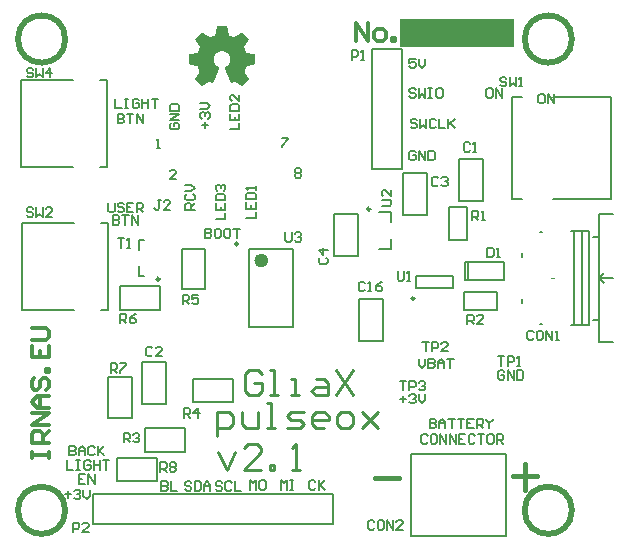
<source format=gto>
G04 Layer_Color=65535*
%FSAX25Y25*%
%MOIN*%
G70*
G01*
G75*
%ADD25C,0.01575*%
%ADD26C,0.01181*%
%ADD39C,0.01968*%
%ADD40C,0.00984*%
%ADD41C,0.02362*%
%ADD42C,0.00787*%
%ADD43C,0.00100*%
%ADD44C,0.00315*%
%ADD45C,0.00591*%
%ADD46R,0.38189X0.09449*%
D25*
X0451512Y0261390D02*
X0459512D01*
X0455512Y0256890D02*
Y0265390D01*
X0405386Y0260827D02*
X0413386D01*
D26*
X0399213Y0406496D02*
Y0412400D01*
X0403148Y0406496D01*
Y0412400D01*
X0406100Y0406496D02*
X0408068D01*
X0409052Y0407480D01*
Y0409448D01*
X0408068Y0410432D01*
X0406100D01*
X0405116Y0409448D01*
Y0407480D01*
X0406100Y0406496D01*
X0411020D02*
Y0407480D01*
X0412004D01*
Y0406496D01*
X0411020D01*
X0290947Y0267520D02*
Y0269488D01*
Y0268504D01*
X0296850D01*
Y0267520D01*
Y0269488D01*
Y0272439D02*
X0290947D01*
Y0275391D01*
X0291931Y0276375D01*
X0293899D01*
X0294882Y0275391D01*
Y0272439D01*
Y0274407D02*
X0296850Y0276375D01*
Y0278343D02*
X0290947D01*
X0296850Y0282279D01*
X0290947D01*
X0296850Y0284246D02*
X0292915D01*
X0290947Y0286214D01*
X0292915Y0288182D01*
X0296850D01*
X0293899D01*
Y0284246D01*
X0291931Y0294086D02*
X0290947Y0293102D01*
Y0291134D01*
X0291931Y0290150D01*
X0292915D01*
X0293899Y0291134D01*
Y0293102D01*
X0294882Y0294086D01*
X0295866D01*
X0296850Y0293102D01*
Y0291134D01*
X0295866Y0290150D01*
X0296850Y0296054D02*
X0295866D01*
Y0297038D01*
X0296850D01*
Y0296054D01*
X0290947Y0304909D02*
Y0300973D01*
X0296850D01*
Y0304909D01*
X0293899Y0300973D02*
Y0302941D01*
X0290947Y0306877D02*
X0295866D01*
X0296850Y0307861D01*
Y0309829D01*
X0295866Y0310813D01*
X0290947D01*
D39*
X0471063Y0250000D02*
G03*
X0471063Y0250000I-0007874J0000000D01*
G01*
Y0407087D02*
G03*
X0471063Y0407087I-0007874J0000000D01*
G01*
X0302165Y0250000D02*
G03*
X0302165Y0250000I-0007874J0000000D01*
G01*
Y0407087D02*
G03*
X0302165Y0407087I-0007874J0000000D01*
G01*
D40*
X0359744Y0338779D02*
G03*
X0359744Y0338779I-0000492J0000000D01*
G01*
X0333661Y0327067D02*
G03*
X0333661Y0327067I-0000492J0000000D01*
G01*
X0403854Y0350394D02*
G03*
X0403854Y0350394I-0000492J0000000D01*
G01*
X0418602Y0320571D02*
G03*
X0418602Y0320571I-0000492J0000000D01*
G01*
X0352756Y0274607D02*
Y0282872D01*
X0356888D01*
X0358266Y0281495D01*
Y0278740D01*
X0356888Y0277362D01*
X0352756D01*
X0361021Y0282872D02*
Y0278740D01*
X0362399Y0277362D01*
X0366531D01*
Y0282872D01*
X0369286Y0277362D02*
X0372041D01*
X0370663D01*
Y0285627D01*
X0369286D01*
X0376173Y0277362D02*
X0380306D01*
X0381684Y0278740D01*
X0380306Y0280117D01*
X0377551D01*
X0376173Y0281495D01*
X0377551Y0282872D01*
X0381684D01*
X0388571Y0277362D02*
X0385816D01*
X0384439Y0278740D01*
Y0281495D01*
X0385816Y0282872D01*
X0388571D01*
X0389949Y0281495D01*
Y0280117D01*
X0384439D01*
X0394081Y0277362D02*
X0396836D01*
X0398214Y0278740D01*
Y0281495D01*
X0396836Y0282872D01*
X0394081D01*
X0392704Y0281495D01*
Y0278740D01*
X0394081Y0277362D01*
X0400969Y0282872D02*
X0406479Y0277362D01*
X0403724Y0280117D01*
X0406479Y0282872D01*
X0400969Y0277362D01*
X0353150Y0269355D02*
X0356036Y0263583D01*
X0358922Y0269355D01*
X0367581Y0263583D02*
X0361808D01*
X0367581Y0269355D01*
Y0270798D01*
X0366138Y0272241D01*
X0363251D01*
X0361808Y0270798D01*
X0370467Y0263583D02*
Y0265026D01*
X0371910D01*
Y0263583D01*
X0370467D01*
X0377682D02*
X0380569D01*
X0379125D01*
Y0272241D01*
X0377682Y0270798D01*
X0367715Y0295273D02*
X0366337Y0296651D01*
X0363582D01*
X0362205Y0295273D01*
Y0289763D01*
X0363582Y0288386D01*
X0366337D01*
X0367715Y0289763D01*
Y0292518D01*
X0364960D01*
X0370470Y0288386D02*
X0373225D01*
X0371847D01*
Y0296651D01*
X0370470D01*
X0377357Y0288386D02*
X0380112D01*
X0378735D01*
Y0293896D01*
X0377357D01*
X0385622D02*
X0388377D01*
X0389755Y0292518D01*
Y0288386D01*
X0385622D01*
X0384245Y0289763D01*
X0385622Y0291141D01*
X0389755D01*
X0392510Y0296651D02*
X0398020Y0288386D01*
Y0296651D02*
X0392510Y0288386D01*
D41*
X0368701Y0333268D02*
G03*
X0368701Y0333268I-0001181J0000000D01*
G01*
D42*
X0404449Y0403780D02*
X0414449D01*
Y0363779D02*
Y0403780D01*
X0404449Y0363779D02*
Y0403780D01*
Y0363779D02*
X0414449D01*
X0332677Y0259646D02*
Y0267520D01*
X0319291Y0259646D02*
X0332677D01*
X0319291D02*
Y0267520D01*
X0332677D01*
X0311299Y0245590D02*
Y0255591D01*
X0391299D01*
Y0245590D02*
Y0255591D01*
X0311299Y0245590D02*
X0391299D01*
X0316535Y0280906D02*
X0324410D01*
X0316535D02*
Y0294291D01*
X0324410D01*
Y0280906D02*
Y0294291D01*
X0287402Y0364370D02*
X0304724D01*
X0287402D02*
Y0393504D01*
X0304724D01*
X0313779Y0364370D02*
X0316142D01*
Y0393504D01*
X0313779D02*
X0316142D01*
X0314173Y0345866D02*
X0316535D01*
Y0316732D02*
Y0345866D01*
X0314173Y0316732D02*
X0316535D01*
X0287795Y0345866D02*
X0305118D01*
X0287795Y0316732D02*
Y0345866D01*
Y0316732D02*
X0305118D01*
X0417520Y0241535D02*
Y0268701D01*
Y0241535D02*
X0449016D01*
X0417520Y0268701D02*
X0449016D01*
Y0241535D02*
Y0268701D01*
X0480118Y0327362D02*
X0481693Y0325787D01*
X0480118Y0327362D02*
X0481693Y0328937D01*
X0480118Y0327362D02*
X0484842D01*
X0478150Y0313583D02*
X0480118D01*
X0478150Y0341142D02*
X0480118D01*
X0454331Y0319094D02*
Y0320276D01*
X0460433Y0342717D02*
X0461221D01*
X0474409Y0311614D02*
Y0343110D01*
X0471654Y0311614D02*
Y0343110D01*
X0470669D02*
X0476772D01*
X0470669Y0311614D02*
X0476772D01*
Y0343110D01*
X0460433Y0312008D02*
X0461221D01*
X0454331Y0334449D02*
Y0335630D01*
X0480118Y0306102D02*
X0484842D01*
X0480118D02*
Y0348622D01*
X0484842D01*
X0363583Y0311221D02*
Y0337205D01*
X0378150Y0311221D02*
Y0337205D01*
X0363583D02*
X0378150D01*
X0363583Y0311221D02*
X0378150D01*
X0342126Y0269488D02*
Y0277362D01*
X0328740Y0269488D02*
X0342126D01*
X0328740D02*
Y0277362D01*
X0342126D01*
X0358268Y0286024D02*
Y0293898D01*
X0344882Y0286024D02*
X0358268D01*
X0344882D02*
Y0293898D01*
X0358268D01*
X0333858Y0316732D02*
Y0324606D01*
X0320472Y0316732D02*
X0333858D01*
X0320472D02*
Y0324606D01*
X0333858D01*
X0326772Y0336713D02*
Y0339961D01*
X0328346D01*
X0326772Y0328150D02*
Y0331398D01*
Y0328150D02*
X0328346D01*
X0340945Y0323819D02*
X0348819D01*
X0340945D02*
Y0337205D01*
X0348819D01*
Y0323819D02*
Y0337205D01*
X0410843Y0337106D02*
Y0340354D01*
X0406906Y0337106D02*
X0410843D01*
Y0346063D02*
Y0349311D01*
X0406906D02*
X0410843D01*
X0391669Y0334929D02*
Y0348929D01*
Y0334929D02*
X0399669D01*
Y0348929D01*
X0391669D02*
X0399669D01*
X0407937Y0306583D02*
Y0320583D01*
X0399937D02*
X0407937D01*
X0399937Y0306583D02*
Y0320583D01*
Y0306583D02*
X0407937D01*
X0414898Y0348315D02*
Y0362315D01*
Y0348315D02*
X0422898D01*
Y0362315D01*
X0414898D02*
X0422898D01*
X0433402Y0353039D02*
X0441402D01*
X0433402D02*
Y0367039D01*
X0441402D01*
Y0353039D02*
Y0367039D01*
X0464838Y0387740D02*
X0484130D01*
Y0353882D02*
Y0387740D01*
X0464838Y0353882D02*
X0484130D01*
X0451059Y0387740D02*
X0454602D01*
X0451059Y0353882D02*
Y0387740D01*
Y0353882D02*
X0454602D01*
X0430071Y0339972D02*
X0436071D01*
X0430071D02*
Y0350972D01*
X0436071D01*
Y0339972D02*
Y0350972D01*
X0446051Y0316882D02*
Y0322882D01*
X0435051Y0316882D02*
X0446051D01*
X0435051D02*
Y0322882D01*
X0446051D01*
X0419095Y0328150D02*
X0431299D01*
X0419095Y0324213D02*
X0431299D01*
Y0328150D01*
X0419095Y0324213D02*
Y0328150D01*
X0435520Y0326724D02*
X0448520D01*
Y0332724D01*
X0435520D02*
X0448520D01*
X0436520Y0326724D02*
Y0332724D01*
X0435520Y0326724D02*
Y0332724D01*
X0335890Y0285323D02*
Y0299323D01*
X0327890D02*
X0335890D01*
X0327890Y0285323D02*
Y0299323D01*
Y0285323D02*
X0335890D01*
D43*
X0352824Y0411346D02*
X0355724D01*
X0352724Y0411246D02*
X0355824D01*
X0352724Y0411146D02*
X0355924D01*
X0352724Y0411047D02*
X0355924D01*
X0352624Y0410947D02*
X0355924D01*
X0352624Y0410847D02*
X0355924D01*
X0352624Y0410746D02*
X0356024D01*
X0352624Y0410646D02*
X0356024D01*
X0352624Y0410546D02*
X0356024D01*
X0352524Y0410447D02*
X0356024D01*
X0352524Y0410347D02*
X0356024D01*
X0352524Y0410247D02*
X0356024D01*
X0352524Y0410147D02*
X0356024D01*
X0352424Y0410046D02*
X0356124D01*
X0352424Y0409946D02*
X0356124D01*
X0352424Y0409846D02*
X0356124D01*
X0352424Y0409747D02*
X0356124D01*
X0352424Y0409647D02*
X0356124D01*
X0352424Y0409547D02*
X0356124D01*
X0352324Y0409446D02*
X0356224D01*
X0352324Y0409346D02*
X0356224D01*
X0352324Y0409246D02*
X0356224D01*
X0347624Y0409146D02*
X0347824D01*
X0352324D02*
X0356224D01*
X0360724D02*
X0361024D01*
X0347424Y0409047D02*
X0348024D01*
X0352324D02*
X0356324D01*
X0360524D02*
X0361124D01*
X0347324Y0408947D02*
X0348124D01*
X0352324D02*
X0356324D01*
X0360424D02*
X0361224D01*
X0347324Y0408847D02*
X0348324D01*
X0352224D02*
X0356324D01*
X0360324D02*
X0361324D01*
X0347224Y0408746D02*
X0348424D01*
X0352224D02*
X0356324D01*
X0360124D02*
X0361424D01*
X0347124Y0408646D02*
X0348524D01*
X0352224D02*
X0356324D01*
X0360024D02*
X0361524D01*
X0346924Y0408546D02*
X0348724D01*
X0352224D02*
X0356424D01*
X0359824D02*
X0361624D01*
X0346924Y0408447D02*
X0348824D01*
X0352224D02*
X0356424D01*
X0359724D02*
X0361724D01*
X0346724Y0408347D02*
X0349024D01*
X0352124D02*
X0356424D01*
X0359524D02*
X0361824D01*
X0346624Y0408247D02*
X0349124D01*
X0351924D02*
X0356724D01*
X0359424D02*
X0361924D01*
X0346524Y0408146D02*
X0349324D01*
X0351624D02*
X0356924D01*
X0359224D02*
X0362024D01*
X0346524Y0408046D02*
X0349424D01*
X0351424D02*
X0357124D01*
X0359124D02*
X0362124D01*
X0346324Y0407946D02*
X0349624D01*
X0351124D02*
X0357424D01*
X0358924D02*
X0362224D01*
X0346224Y0407846D02*
X0349724D01*
X0350924D02*
X0357624D01*
X0358824D02*
X0362324D01*
X0346124Y0407747D02*
X0349924D01*
X0350624D02*
X0357924D01*
X0358624D02*
X0362424D01*
X0346124Y0407647D02*
X0350024D01*
X0350424D02*
X0358124D01*
X0358524D02*
X0362524D01*
X0345924Y0407547D02*
X0362624D01*
X0345824Y0407446D02*
X0362724D01*
X0345824Y0407346D02*
X0362824D01*
X0345724Y0407246D02*
X0362924D01*
X0345624Y0407147D02*
X0363024D01*
X0345524Y0407047D02*
X0363024D01*
X0345524Y0406947D02*
X0363024D01*
X0345624Y0406847D02*
X0362924D01*
X0345724Y0406746D02*
X0362924D01*
X0345724Y0406646D02*
X0362824D01*
X0345824Y0406546D02*
X0362724D01*
X0345924Y0406447D02*
X0362624D01*
X0345924Y0406347D02*
X0362624D01*
X0346024Y0406247D02*
X0362524D01*
X0346124Y0406146D02*
X0362424D01*
X0346224Y0406046D02*
X0362324D01*
X0346224Y0405946D02*
X0362324D01*
X0346324Y0405847D02*
X0362224D01*
X0346424Y0405747D02*
X0362224D01*
X0346424Y0405647D02*
X0362124D01*
X0346524Y0405547D02*
X0362024D01*
X0346624Y0405446D02*
X0362024D01*
X0346624Y0405346D02*
X0361924D01*
X0346724Y0405246D02*
X0361824D01*
X0346824Y0405147D02*
X0361824D01*
X0346824Y0405047D02*
X0361724D01*
X0346924Y0404947D02*
X0361624D01*
X0347024Y0404846D02*
X0361524D01*
X0347024Y0404746D02*
X0361524D01*
X0347124Y0404646D02*
X0361424D01*
X0347124Y0404546D02*
X0361424D01*
X0347124Y0404447D02*
X0361524D01*
X0347024Y0404347D02*
X0361524D01*
X0347024Y0404247D02*
X0361524D01*
X0347024Y0404146D02*
X0361624D01*
X0346924Y0404046D02*
X0361624D01*
X0346924Y0403946D02*
X0361724D01*
X0346824Y0403847D02*
X0361724D01*
X0346824Y0403747D02*
X0361724D01*
X0346724Y0403647D02*
X0361824D01*
X0346724Y0403546D02*
X0361824D01*
X0346624Y0403446D02*
X0361924D01*
X0346624Y0403346D02*
X0353824D01*
X0354724D02*
X0361924D01*
X0346624Y0403246D02*
X0353424D01*
X0355124D02*
X0362024D01*
X0346524Y0403147D02*
X0353124D01*
X0355424D02*
X0362024D01*
X0346524Y0403047D02*
X0352924D01*
X0355624D02*
X0362024D01*
X0346524Y0402947D02*
X0352724D01*
X0355824D02*
X0362124D01*
X0346424Y0402846D02*
X0352624D01*
X0355924D02*
X0362124D01*
X0346324Y0402746D02*
X0352524D01*
X0356124D02*
X0362224D01*
X0346324Y0402646D02*
X0352324D01*
X0356224D02*
X0362224D01*
X0346224Y0402547D02*
X0352224D01*
X0356324D02*
X0362324D01*
X0345724Y0402447D02*
X0352124D01*
X0356424D02*
X0362924D01*
X0345024Y0402347D02*
X0352024D01*
X0356524D02*
X0363524D01*
X0344624Y0402247D02*
X0351924D01*
X0356624D02*
X0364024D01*
X0344124Y0402146D02*
X0351924D01*
X0356724D02*
X0364524D01*
X0343524Y0402046D02*
X0351824D01*
X0356724D02*
X0365024D01*
X0343424Y0401946D02*
X0351824D01*
X0356824D02*
X0365124D01*
X0343424Y0401847D02*
X0351724D01*
X0356824D02*
X0365224D01*
X0343424Y0401747D02*
X0351624D01*
X0356924D02*
X0365224D01*
X0343424Y0401647D02*
X0351624D01*
X0356924D02*
X0365224D01*
X0343424Y0401546D02*
X0351524D01*
X0357024D02*
X0365224D01*
X0343424Y0401446D02*
X0351524D01*
X0357024D02*
X0365224D01*
X0343424Y0401346D02*
X0351524D01*
X0357024D02*
X0365224D01*
X0343424Y0401247D02*
X0351524D01*
X0357124D02*
X0365224D01*
X0343424Y0401147D02*
X0351424D01*
X0357124D02*
X0365224D01*
X0343424Y0401047D02*
X0351424D01*
X0357124D02*
X0365224D01*
X0343424Y0400947D02*
X0351424D01*
X0357124D02*
X0365224D01*
X0343424Y0400846D02*
X0351424D01*
X0357224D02*
X0365224D01*
X0343424Y0400746D02*
X0351324D01*
X0357224D02*
X0365224D01*
X0343424Y0400646D02*
X0351324D01*
X0357224D02*
X0365224D01*
X0343424Y0400547D02*
X0351324D01*
X0357224D02*
X0365224D01*
X0343424Y0400447D02*
X0351324D01*
X0357224D02*
X0365224D01*
X0343424Y0400347D02*
X0351324D01*
X0357224D02*
X0365224D01*
X0343424Y0400246D02*
X0351324D01*
X0357224D02*
X0365224D01*
X0343424Y0400146D02*
X0351424D01*
X0357224D02*
X0365224D01*
X0343424Y0400046D02*
X0351424D01*
X0357224D02*
X0365224D01*
X0343424Y0399946D02*
X0351424D01*
X0357124D02*
X0365224D01*
X0343424Y0399847D02*
X0351424D01*
X0357124D02*
X0365224D01*
X0343424Y0399746D02*
X0351424D01*
X0357124D02*
X0365224D01*
X0343424Y0399646D02*
X0351524D01*
X0357124D02*
X0365224D01*
X0343424Y0399547D02*
X0351524D01*
X0357024D02*
X0365224D01*
X0343424Y0399447D02*
X0351524D01*
X0357024D02*
X0365224D01*
X0343424Y0399346D02*
X0351524D01*
X0357024D02*
X0365224D01*
X0343424Y0399247D02*
X0351624D01*
X0356924D02*
X0365224D01*
X0343424Y0399147D02*
X0351624D01*
X0356924D02*
X0365224D01*
X0343424Y0399046D02*
X0351724D01*
X0356824D02*
X0365124D01*
X0343424Y0398946D02*
X0351824D01*
X0356824D02*
X0365124D01*
X0343624Y0398847D02*
X0351824D01*
X0356724D02*
X0364924D01*
X0344224Y0398746D02*
X0351924D01*
X0356724D02*
X0364324D01*
X0344824Y0398646D02*
X0351924D01*
X0356624D02*
X0363824D01*
X0345224Y0398547D02*
X0352024D01*
X0356524D02*
X0363324D01*
X0345724Y0398446D02*
X0352124D01*
X0356424D02*
X0362824D01*
X0346224Y0398346D02*
X0352224D01*
X0356324D02*
X0362324D01*
X0346324Y0398247D02*
X0352324D01*
X0356224D02*
X0362324D01*
X0346324Y0398147D02*
X0352524D01*
X0356124D02*
X0362224D01*
X0346324Y0398046D02*
X0352624D01*
X0355924D02*
X0362224D01*
X0346424Y0397947D02*
X0352724D01*
X0355824D02*
X0362224D01*
X0346424Y0397847D02*
X0352924D01*
X0355724D02*
X0362124D01*
X0346524Y0397746D02*
X0353024D01*
X0355524D02*
X0362124D01*
X0346524Y0397646D02*
X0353124D01*
X0355424D02*
X0362024D01*
X0346524Y0397547D02*
X0353224D01*
X0355424D02*
X0362024D01*
X0346624Y0397446D02*
X0353124D01*
X0355424D02*
X0361924D01*
X0346624Y0397346D02*
X0353124D01*
X0355424D02*
X0361924D01*
X0346624Y0397247D02*
X0353124D01*
X0355524D02*
X0361924D01*
X0346724Y0397147D02*
X0353024D01*
X0355524D02*
X0361824D01*
X0346724Y0397046D02*
X0353024D01*
X0355524D02*
X0361824D01*
X0346824Y0396947D02*
X0353024D01*
X0355624D02*
X0361824D01*
X0346824Y0396847D02*
X0352924D01*
X0355624D02*
X0361724D01*
X0346924Y0396746D02*
X0352924D01*
X0355724D02*
X0361724D01*
X0346924Y0396646D02*
X0352824D01*
X0355724D02*
X0361624D01*
X0346924Y0396547D02*
X0352824D01*
X0355724D02*
X0361624D01*
X0347024Y0396446D02*
X0352724D01*
X0355824D02*
X0361624D01*
X0347024Y0396346D02*
X0352724D01*
X0355824D02*
X0361524D01*
X0347024Y0396247D02*
X0352624D01*
X0355924D02*
X0361524D01*
X0347024Y0396146D02*
X0352624D01*
X0355924D02*
X0361524D01*
X0347024Y0396046D02*
X0352624D01*
X0355924D02*
X0361624D01*
X0346924Y0395947D02*
X0352524D01*
X0356024D02*
X0361624D01*
X0346824Y0395847D02*
X0352524D01*
X0356024D02*
X0361724D01*
X0346824Y0395746D02*
X0352524D01*
X0356124D02*
X0361824D01*
X0346724Y0395647D02*
X0352424D01*
X0356124D02*
X0361824D01*
X0346624Y0395547D02*
X0352424D01*
X0356224D02*
X0361924D01*
X0346524Y0395446D02*
X0352324D01*
X0356224D02*
X0362024D01*
X0346524Y0395346D02*
X0352324D01*
X0356224D02*
X0362024D01*
X0346424Y0395247D02*
X0352224D01*
X0356324D02*
X0362124D01*
X0346324Y0395146D02*
X0352224D01*
X0356324D02*
X0362224D01*
X0346324Y0395046D02*
X0352224D01*
X0356424D02*
X0362324D01*
X0346224Y0394947D02*
X0352124D01*
X0356424D02*
X0362324D01*
X0346124Y0394847D02*
X0352124D01*
X0356524D02*
X0362424D01*
X0346124Y0394746D02*
X0352024D01*
X0356524D02*
X0362524D01*
X0346024Y0394647D02*
X0352024D01*
X0356524D02*
X0362524D01*
X0345924Y0394547D02*
X0352024D01*
X0356624D02*
X0362624D01*
X0345924Y0394446D02*
X0351924D01*
X0356624D02*
X0362724D01*
X0345824Y0394346D02*
X0351924D01*
X0356624D02*
X0362724D01*
X0345724Y0394247D02*
X0351824D01*
X0356724D02*
X0362824D01*
X0345724Y0394146D02*
X0351824D01*
X0356724D02*
X0362924D01*
X0345624Y0394046D02*
X0351824D01*
X0356824D02*
X0362924D01*
X0345524Y0393947D02*
X0351724D01*
X0356824D02*
X0363024D01*
X0345524Y0393847D02*
X0351724D01*
X0356924D02*
X0363024D01*
X0345624Y0393746D02*
X0351624D01*
X0356924D02*
X0363024D01*
X0345724Y0393647D02*
X0351624D01*
X0357024D02*
X0362924D01*
X0345824Y0393547D02*
X0351524D01*
X0357024D02*
X0362724D01*
X0345924Y0393446D02*
X0351524D01*
X0357024D02*
X0362624D01*
X0346024Y0393347D02*
X0351524D01*
X0357124D02*
X0362524D01*
X0346124Y0393247D02*
X0351424D01*
X0357124D02*
X0362424D01*
X0346224Y0393146D02*
X0349824D01*
X0350224D02*
X0351424D01*
X0357124D02*
X0358424D01*
X0358724D02*
X0362324D01*
X0346324Y0393046D02*
X0349724D01*
X0350324D02*
X0351324D01*
X0357224D02*
X0358224D01*
X0358824D02*
X0362324D01*
X0346424Y0392947D02*
X0349524D01*
X0350524D02*
X0351324D01*
X0357224D02*
X0358024D01*
X0359024D02*
X0362224D01*
X0346524Y0392846D02*
X0349424D01*
X0350724D02*
X0351224D01*
X0357324D02*
X0357824D01*
X0359124D02*
X0362024D01*
X0346624Y0392746D02*
X0349224D01*
X0350924D02*
X0351224D01*
X0357324D02*
X0357624D01*
X0359324D02*
X0361924D01*
X0346724Y0392647D02*
X0349124D01*
X0359424D02*
X0361824D01*
X0346824Y0392547D02*
X0348924D01*
X0359624D02*
X0361724D01*
X0346924Y0392446D02*
X0348824D01*
X0359724D02*
X0361624D01*
X0347024Y0392347D02*
X0348724D01*
X0359924D02*
X0361624D01*
X0347124Y0392247D02*
X0348524D01*
X0360024D02*
X0361524D01*
X0347224Y0392146D02*
X0348424D01*
X0360224D02*
X0361324D01*
X0347324Y0392046D02*
X0348224D01*
X0360324D02*
X0361224D01*
X0347424Y0391947D02*
X0348124D01*
X0360424D02*
X0361124D01*
X0347524Y0391846D02*
X0347924D01*
X0360624D02*
X0361124D01*
X0347624Y0391746D02*
X0347824D01*
X0360824D02*
X0360924D01*
D44*
X0464173Y0327362D02*
X0464961D01*
D45*
X0378740Y0363451D02*
X0379265Y0363975D01*
X0380314D01*
X0380839Y0363451D01*
Y0362926D01*
X0380314Y0362401D01*
X0380839Y0361876D01*
Y0361351D01*
X0380314Y0360827D01*
X0379265D01*
X0378740Y0361351D01*
Y0361876D01*
X0379265Y0362401D01*
X0378740Y0362926D01*
Y0363451D01*
X0379265Y0362401D02*
X0380314D01*
X0374410Y0374212D02*
X0376508D01*
Y0373687D01*
X0374410Y0371588D01*
Y0371063D01*
X0339107Y0360433D02*
X0337008D01*
X0339107Y0362532D01*
Y0363057D01*
X0338582Y0363582D01*
X0337533D01*
X0337008Y0363057D01*
X0332677Y0370669D02*
X0333727D01*
X0333202D01*
Y0373818D01*
X0332677Y0373293D01*
X0397638Y0400197D02*
Y0403345D01*
X0399212D01*
X0399737Y0402821D01*
Y0401771D01*
X0399212Y0401246D01*
X0397638D01*
X0400786Y0400197D02*
X0401836D01*
X0401311D01*
Y0403345D01*
X0400786Y0402821D01*
X0308792Y0262007D02*
X0306693D01*
Y0258858D01*
X0308792D01*
X0306693Y0260433D02*
X0307742D01*
X0309841Y0258858D02*
Y0262007D01*
X0311941Y0258858D01*
Y0262007D01*
X0302756Y0266731D02*
Y0263583D01*
X0304855D01*
X0305905Y0266731D02*
X0306954D01*
X0306429D01*
Y0263583D01*
X0305905D01*
X0306954D01*
X0310627Y0266207D02*
X0310103Y0266731D01*
X0309053D01*
X0308528Y0266207D01*
Y0264107D01*
X0309053Y0263583D01*
X0310103D01*
X0310627Y0264107D01*
Y0265157D01*
X0309578D01*
X0311677Y0266731D02*
Y0263583D01*
Y0265157D01*
X0313776D01*
Y0266731D01*
Y0263583D01*
X0314826Y0266731D02*
X0316925D01*
X0315875D01*
Y0263583D01*
X0303543Y0271456D02*
Y0268307D01*
X0305118D01*
X0305642Y0268832D01*
Y0269357D01*
X0305118Y0269881D01*
X0303543D01*
X0305118D01*
X0305642Y0270406D01*
Y0270931D01*
X0305118Y0271456D01*
X0303543D01*
X0306692Y0268307D02*
Y0270406D01*
X0307741Y0271456D01*
X0308791Y0270406D01*
Y0268307D01*
Y0269881D01*
X0306692D01*
X0311940Y0270931D02*
X0311415Y0271456D01*
X0310365D01*
X0309840Y0270931D01*
Y0268832D01*
X0310365Y0268307D01*
X0311415D01*
X0311940Y0268832D01*
X0312989Y0271456D02*
Y0268307D01*
Y0269357D01*
X0315088Y0271456D01*
X0313514Y0269881D01*
X0315088Y0268307D01*
X0333858Y0262795D02*
Y0265944D01*
X0335433D01*
X0335957Y0265419D01*
Y0264370D01*
X0335433Y0263845D01*
X0333858D01*
X0334908D02*
X0335957Y0262795D01*
X0337007Y0265419D02*
X0337532Y0265944D01*
X0338581D01*
X0339106Y0265419D01*
Y0264894D01*
X0338581Y0264370D01*
X0339106Y0263845D01*
Y0263320D01*
X0338581Y0262795D01*
X0337532D01*
X0337007Y0263320D01*
Y0263845D01*
X0337532Y0264370D01*
X0337007Y0264894D01*
Y0265419D01*
X0337532Y0264370D02*
X0338581D01*
X0422965Y0274868D02*
X0422440Y0275393D01*
X0421391D01*
X0420866Y0274868D01*
Y0272769D01*
X0421391Y0272244D01*
X0422440D01*
X0422965Y0272769D01*
X0425589Y0275393D02*
X0424540D01*
X0424015Y0274868D01*
Y0272769D01*
X0424540Y0272244D01*
X0425589D01*
X0426114Y0272769D01*
Y0274868D01*
X0425589Y0275393D01*
X0427163Y0272244D02*
Y0275393D01*
X0429262Y0272244D01*
Y0275393D01*
X0430312Y0272244D02*
Y0275393D01*
X0432411Y0272244D01*
Y0275393D01*
X0435560D02*
X0433461D01*
Y0272244D01*
X0435560D01*
X0433461Y0273818D02*
X0434510D01*
X0438708Y0274868D02*
X0438183Y0275393D01*
X0437134D01*
X0436609Y0274868D01*
Y0272769D01*
X0437134Y0272244D01*
X0438183D01*
X0438708Y0272769D01*
X0439758Y0275393D02*
X0441857D01*
X0440807D01*
Y0272244D01*
X0444481Y0275393D02*
X0443431D01*
X0442906Y0274868D01*
Y0272769D01*
X0443431Y0272244D01*
X0444481D01*
X0445005Y0272769D01*
Y0274868D01*
X0444481Y0275393D01*
X0446055Y0272244D02*
Y0275393D01*
X0447629D01*
X0448154Y0274868D01*
Y0273818D01*
X0447629Y0273294D01*
X0446055D01*
X0447104D02*
X0448154Y0272244D01*
X0423622Y0280511D02*
Y0277362D01*
X0425196D01*
X0425721Y0277887D01*
Y0278412D01*
X0425196Y0278937D01*
X0423622D01*
X0425196D01*
X0425721Y0279461D01*
Y0279986D01*
X0425196Y0280511D01*
X0423622D01*
X0426771Y0277362D02*
Y0279461D01*
X0427820Y0280511D01*
X0428870Y0279461D01*
Y0277362D01*
Y0278937D01*
X0426771D01*
X0429919Y0280511D02*
X0432018D01*
X0430969D01*
Y0277362D01*
X0433068Y0280511D02*
X0435167D01*
X0434117D01*
Y0277362D01*
X0438315Y0280511D02*
X0436216D01*
Y0277362D01*
X0438315D01*
X0436216Y0278937D02*
X0437266D01*
X0439365Y0277362D02*
Y0280511D01*
X0440939D01*
X0441464Y0279986D01*
Y0278937D01*
X0440939Y0278412D01*
X0439365D01*
X0440414D02*
X0441464Y0277362D01*
X0442514Y0280511D02*
Y0279986D01*
X0443563Y0278937D01*
X0444613Y0279986D01*
Y0280511D01*
X0443563Y0278937D02*
Y0277362D01*
X0334252Y0259645D02*
Y0256496D01*
X0335826D01*
X0336351Y0257021D01*
Y0257546D01*
X0335826Y0258070D01*
X0334252D01*
X0335826D01*
X0336351Y0258595D01*
Y0259120D01*
X0335826Y0259645D01*
X0334252D01*
X0337401D02*
Y0256496D01*
X0339500D01*
X0344225Y0259120D02*
X0343700Y0259645D01*
X0342651D01*
X0342126Y0259120D01*
Y0258595D01*
X0342651Y0258070D01*
X0343700D01*
X0344225Y0257546D01*
Y0257021D01*
X0343700Y0256496D01*
X0342651D01*
X0342126Y0257021D01*
X0345275Y0259645D02*
Y0256496D01*
X0346849D01*
X0347374Y0257021D01*
Y0259120D01*
X0346849Y0259645D01*
X0345275D01*
X0348423Y0256496D02*
Y0258595D01*
X0349473Y0259645D01*
X0350522Y0258595D01*
Y0256496D01*
Y0258070D01*
X0348423D01*
X0354461Y0259120D02*
X0353937Y0259645D01*
X0352887D01*
X0352362Y0259120D01*
Y0258595D01*
X0352887Y0258070D01*
X0353937D01*
X0354461Y0257546D01*
Y0257021D01*
X0353937Y0256496D01*
X0352887D01*
X0352362Y0257021D01*
X0357610Y0259120D02*
X0357085Y0259645D01*
X0356036D01*
X0355511Y0259120D01*
Y0257021D01*
X0356036Y0256496D01*
X0357085D01*
X0357610Y0257021D01*
X0358659Y0259645D02*
Y0256496D01*
X0360758D01*
X0363779Y0256890D02*
Y0260038D01*
X0364829Y0258989D01*
X0365879Y0260038D01*
Y0256890D01*
X0368502Y0260038D02*
X0367453D01*
X0366928Y0259514D01*
Y0257415D01*
X0367453Y0256890D01*
X0368502D01*
X0369027Y0257415D01*
Y0259514D01*
X0368502Y0260038D01*
X0374016Y0256890D02*
Y0260038D01*
X0375065Y0258989D01*
X0376115Y0260038D01*
Y0256890D01*
X0377164Y0260038D02*
X0378214D01*
X0377689D01*
Y0256890D01*
X0377164D01*
X0378214D01*
X0385564Y0259514D02*
X0385039Y0260038D01*
X0383989D01*
X0383465Y0259514D01*
Y0257415D01*
X0383989Y0256890D01*
X0385039D01*
X0385564Y0257415D01*
X0386613Y0260038D02*
Y0256890D01*
Y0257939D01*
X0388712Y0260038D01*
X0387138Y0258464D01*
X0388712Y0256890D01*
X0301969Y0255314D02*
X0304068D01*
X0303018Y0256364D02*
Y0254265D01*
X0305117Y0256364D02*
X0305642Y0256889D01*
X0306691D01*
X0307216Y0256364D01*
Y0255839D01*
X0306691Y0255314D01*
X0306167D01*
X0306691D01*
X0307216Y0254790D01*
Y0254265D01*
X0306691Y0253740D01*
X0305642D01*
X0305117Y0254265D01*
X0308266Y0256889D02*
Y0254790D01*
X0309315Y0253740D01*
X0310365Y0254790D01*
Y0256889D01*
X0348819Y0343897D02*
Y0340748D01*
X0350393D01*
X0350918Y0341273D01*
Y0341798D01*
X0350393Y0342322D01*
X0348819D01*
X0350393D01*
X0350918Y0342847D01*
Y0343372D01*
X0350393Y0343897D01*
X0348819D01*
X0353542D02*
X0352492D01*
X0351968Y0343372D01*
Y0341273D01*
X0352492Y0340748D01*
X0353542D01*
X0354067Y0341273D01*
Y0343372D01*
X0353542Y0343897D01*
X0356690D02*
X0355641D01*
X0355116Y0343372D01*
Y0341273D01*
X0355641Y0340748D01*
X0356690D01*
X0357215Y0341273D01*
Y0343372D01*
X0356690Y0343897D01*
X0358265D02*
X0360364D01*
X0359314D01*
Y0340748D01*
X0318061Y0348276D02*
Y0345128D01*
X0319635D01*
X0320160Y0345653D01*
Y0346178D01*
X0319635Y0346702D01*
X0318061D01*
X0319635D01*
X0320160Y0347227D01*
Y0347752D01*
X0319635Y0348276D01*
X0318061D01*
X0321210D02*
X0323309D01*
X0322259D01*
Y0345128D01*
X0324358D02*
Y0348276D01*
X0326457Y0345128D01*
Y0348276D01*
X0317323Y0295866D02*
Y0299015D01*
X0318897D01*
X0319422Y0298490D01*
Y0297440D01*
X0318897Y0296916D01*
X0317323D01*
X0318372D02*
X0319422Y0295866D01*
X0320471Y0299015D02*
X0322570D01*
Y0298490D01*
X0320471Y0296391D01*
Y0295866D01*
X0405249Y0246128D02*
X0404724Y0246653D01*
X0403674D01*
X0403150Y0246128D01*
Y0244029D01*
X0403674Y0243504D01*
X0404724D01*
X0405249Y0244029D01*
X0407872Y0246653D02*
X0406823D01*
X0406298Y0246128D01*
Y0244029D01*
X0406823Y0243504D01*
X0407872D01*
X0408397Y0244029D01*
Y0246128D01*
X0407872Y0246653D01*
X0409447Y0243504D02*
Y0246653D01*
X0411546Y0243504D01*
Y0246653D01*
X0414694Y0243504D02*
X0412595D01*
X0414694Y0245603D01*
Y0246128D01*
X0414170Y0246653D01*
X0413120D01*
X0412595Y0246128D01*
X0375590Y0342716D02*
Y0340092D01*
X0376115Y0339567D01*
X0377165D01*
X0377690Y0340092D01*
Y0342716D01*
X0378739Y0342191D02*
X0379264Y0342716D01*
X0380313D01*
X0380838Y0342191D01*
Y0341666D01*
X0380313Y0341141D01*
X0379789D01*
X0380313D01*
X0380838Y0340616D01*
Y0340092D01*
X0380313Y0339567D01*
X0379264D01*
X0378739Y0340092D01*
X0437138Y0372112D02*
X0436614Y0372637D01*
X0435564D01*
X0435039Y0372112D01*
Y0370013D01*
X0435564Y0369488D01*
X0436614D01*
X0437138Y0370013D01*
X0438188Y0369488D02*
X0439237D01*
X0438713D01*
Y0372637D01*
X0438188Y0372112D01*
X0442913Y0337597D02*
Y0334449D01*
X0444488D01*
X0445012Y0334974D01*
Y0337073D01*
X0444488Y0337597D01*
X0442913D01*
X0446062Y0334449D02*
X0447112D01*
X0446587D01*
Y0337597D01*
X0446062Y0337073D01*
X0437795Y0346654D02*
Y0349802D01*
X0439370D01*
X0439894Y0349277D01*
Y0348228D01*
X0439370Y0347703D01*
X0437795D01*
X0438845D02*
X0439894Y0346654D01*
X0440944D02*
X0441993D01*
X0441469D01*
Y0349802D01*
X0440944Y0349277D01*
X0436221Y0312008D02*
Y0315157D01*
X0437795D01*
X0438319Y0314632D01*
Y0313582D01*
X0437795Y0313057D01*
X0436221D01*
X0437270D02*
X0438319Y0312008D01*
X0441468D02*
X0439369D01*
X0441468Y0314107D01*
Y0314632D01*
X0440943Y0315157D01*
X0439894D01*
X0439369Y0314632D01*
X0407694Y0351476D02*
X0410318D01*
X0410843Y0352001D01*
Y0353051D01*
X0410318Y0353575D01*
X0407694D01*
X0410843Y0356724D02*
Y0354625D01*
X0408743Y0356724D01*
X0408219D01*
X0407694Y0356199D01*
Y0355150D01*
X0408219Y0354625D01*
X0412992Y0329723D02*
Y0327100D01*
X0413517Y0326575D01*
X0414566D01*
X0415091Y0327100D01*
Y0329723D01*
X0416141Y0326575D02*
X0417190D01*
X0416666D01*
Y0329723D01*
X0416141Y0329199D01*
X0333989Y0353345D02*
X0332939D01*
X0333464D01*
Y0350722D01*
X0332939Y0350197D01*
X0332415D01*
X0331890Y0350722D01*
X0337137Y0350197D02*
X0335038D01*
X0337137Y0352296D01*
Y0352821D01*
X0336613Y0353345D01*
X0335563D01*
X0335038Y0352821D01*
X0421260Y0306101D02*
X0423359D01*
X0422309D01*
Y0302953D01*
X0424408D02*
Y0306101D01*
X0425983D01*
X0426508Y0305577D01*
Y0304527D01*
X0425983Y0304002D01*
X0424408D01*
X0429656Y0302953D02*
X0427557D01*
X0429656Y0305052D01*
Y0305577D01*
X0429131Y0306101D01*
X0428082D01*
X0427557Y0305577D01*
X0413779Y0293109D02*
X0415879D01*
X0414829D01*
Y0289961D01*
X0416928D02*
Y0293109D01*
X0418502D01*
X0419027Y0292584D01*
Y0291535D01*
X0418502Y0291010D01*
X0416928D01*
X0420077Y0292584D02*
X0420602Y0293109D01*
X0421651D01*
X0422176Y0292584D01*
Y0292060D01*
X0421651Y0291535D01*
X0421126D01*
X0421651D01*
X0422176Y0291010D01*
Y0290485D01*
X0421651Y0289961D01*
X0420602D01*
X0420077Y0290485D01*
X0458298Y0309403D02*
X0457773Y0309928D01*
X0456724D01*
X0456199Y0309403D01*
Y0307304D01*
X0456724Y0306780D01*
X0457773D01*
X0458298Y0307304D01*
X0460922Y0309928D02*
X0459872D01*
X0459347Y0309403D01*
Y0307304D01*
X0459872Y0306780D01*
X0460922D01*
X0461447Y0307304D01*
Y0309403D01*
X0460922Y0309928D01*
X0462496Y0306780D02*
Y0309928D01*
X0464595Y0306780D01*
Y0309928D01*
X0465645Y0306780D02*
X0466694D01*
X0466169D01*
Y0309928D01*
X0465645Y0309403D01*
X0304724Y0242717D02*
Y0245865D01*
X0306299D01*
X0306823Y0245340D01*
Y0244291D01*
X0306299Y0243766D01*
X0304724D01*
X0309972Y0242717D02*
X0307873D01*
X0309972Y0244816D01*
Y0245340D01*
X0309447Y0245865D01*
X0308398D01*
X0307873Y0245340D01*
X0321654Y0272638D02*
Y0275786D01*
X0323228D01*
X0323753Y0275262D01*
Y0274212D01*
X0323228Y0273687D01*
X0321654D01*
X0322703D02*
X0323753Y0272638D01*
X0324802Y0275262D02*
X0325327Y0275786D01*
X0326376D01*
X0326901Y0275262D01*
Y0274737D01*
X0326376Y0274212D01*
X0325852D01*
X0326376D01*
X0326901Y0273687D01*
Y0273163D01*
X0326376Y0272638D01*
X0325327D01*
X0324802Y0273163D01*
X0341732Y0280906D02*
Y0284054D01*
X0343307D01*
X0343831Y0283529D01*
Y0282480D01*
X0343307Y0281955D01*
X0341732D01*
X0342782D02*
X0343831Y0280906D01*
X0346455D02*
Y0284054D01*
X0344881Y0282480D01*
X0346980D01*
X0449221Y0393907D02*
X0448696Y0394432D01*
X0447647D01*
X0447122Y0393907D01*
Y0393382D01*
X0447647Y0392858D01*
X0448696D01*
X0449221Y0392333D01*
Y0391808D01*
X0448696Y0391283D01*
X0447647D01*
X0447122Y0391808D01*
X0450270Y0394432D02*
Y0391283D01*
X0451320Y0392333D01*
X0452369Y0391283D01*
Y0394432D01*
X0453419Y0391283D02*
X0454468D01*
X0453944D01*
Y0394432D01*
X0453419Y0393907D01*
X0291469Y0350459D02*
X0290944Y0350983D01*
X0289895D01*
X0289370Y0350459D01*
Y0349934D01*
X0289895Y0349409D01*
X0290944D01*
X0291469Y0348884D01*
Y0348359D01*
X0290944Y0347835D01*
X0289895D01*
X0289370Y0348359D01*
X0292519Y0350983D02*
Y0347835D01*
X0293568Y0348884D01*
X0294618Y0347835D01*
Y0350983D01*
X0297766Y0347835D02*
X0295667D01*
X0297766Y0349934D01*
Y0350459D01*
X0297242Y0350983D01*
X0296192D01*
X0295667Y0350459D01*
X0446457Y0301377D02*
X0448556D01*
X0447506D01*
Y0298228D01*
X0449605D02*
Y0301377D01*
X0451180D01*
X0451704Y0300852D01*
Y0299803D01*
X0451180Y0299278D01*
X0449605D01*
X0452754Y0298228D02*
X0453803D01*
X0453279D01*
Y0301377D01*
X0452754Y0300852D01*
X0341339Y0318701D02*
Y0321849D01*
X0342913D01*
X0343438Y0321325D01*
Y0320275D01*
X0342913Y0319750D01*
X0341339D01*
X0342388D02*
X0343438Y0318701D01*
X0346586Y0321849D02*
X0344487D01*
Y0320275D01*
X0345537Y0320800D01*
X0346061D01*
X0346586Y0320275D01*
Y0319226D01*
X0346061Y0318701D01*
X0345012D01*
X0344487Y0319226D01*
X0320472Y0312402D02*
Y0315550D01*
X0322047D01*
X0322571Y0315025D01*
Y0313976D01*
X0322047Y0313451D01*
X0320472D01*
X0321522D02*
X0322571Y0312402D01*
X0325720Y0315550D02*
X0324671Y0315025D01*
X0323621Y0313976D01*
Y0312926D01*
X0324146Y0312402D01*
X0325195D01*
X0325720Y0312926D01*
Y0313451D01*
X0325195Y0313976D01*
X0323621D01*
X0291469Y0396915D02*
X0290944Y0397440D01*
X0289895D01*
X0289370Y0396915D01*
Y0396390D01*
X0289895Y0395866D01*
X0290944D01*
X0291469Y0395341D01*
Y0394816D01*
X0290944Y0394291D01*
X0289895D01*
X0289370Y0394816D01*
X0292519Y0397440D02*
Y0394291D01*
X0293568Y0395341D01*
X0294618Y0394291D01*
Y0397440D01*
X0297242Y0394291D02*
Y0397440D01*
X0295667Y0395866D01*
X0297766D01*
X0319685Y0340747D02*
X0321784D01*
X0320735D01*
Y0337598D01*
X0322834D02*
X0323883D01*
X0323358D01*
Y0340747D01*
X0322834Y0340222D01*
X0331233Y0304002D02*
X0330708Y0304526D01*
X0329659D01*
X0329134Y0304002D01*
Y0301903D01*
X0329659Y0301378D01*
X0330708D01*
X0331233Y0301903D01*
X0334382Y0301378D02*
X0332282D01*
X0334382Y0303477D01*
Y0304002D01*
X0333857Y0304526D01*
X0332807D01*
X0332282Y0304002D01*
X0426509Y0360695D02*
X0425984Y0361220D01*
X0424934D01*
X0424409Y0360695D01*
Y0358596D01*
X0424934Y0358071D01*
X0425984D01*
X0426509Y0358596D01*
X0427558Y0360695D02*
X0428083Y0361220D01*
X0429132D01*
X0429657Y0360695D01*
Y0360170D01*
X0429132Y0359645D01*
X0428608D01*
X0429132D01*
X0429657Y0359120D01*
Y0358596D01*
X0429132Y0358071D01*
X0428083D01*
X0427558Y0358596D01*
X0387140Y0334186D02*
X0386615Y0333661D01*
Y0332611D01*
X0387140Y0332087D01*
X0389239D01*
X0389764Y0332611D01*
Y0333661D01*
X0389239Y0334186D01*
X0389764Y0336809D02*
X0386615D01*
X0388190Y0335235D01*
Y0337334D01*
X0402099Y0325655D02*
X0401574Y0326180D01*
X0400525D01*
X0400000Y0325655D01*
Y0323556D01*
X0400525Y0323031D01*
X0401574D01*
X0402099Y0323556D01*
X0403149Y0323031D02*
X0404198D01*
X0403673D01*
Y0326180D01*
X0403149Y0325655D01*
X0407871Y0326180D02*
X0406822Y0325655D01*
X0405772Y0324606D01*
Y0323556D01*
X0406297Y0323031D01*
X0407347D01*
X0407871Y0323556D01*
Y0324081D01*
X0407347Y0324606D01*
X0405772D01*
X0461417Y0388778D02*
X0460367D01*
X0459842Y0388254D01*
Y0386155D01*
X0460367Y0385630D01*
X0461417D01*
X0461942Y0386155D01*
Y0388254D01*
X0461417Y0388778D01*
X0462991Y0385630D02*
Y0388778D01*
X0465090Y0385630D01*
Y0388778D01*
X0419028Y0400590D02*
X0416929D01*
Y0399015D01*
X0417979Y0399540D01*
X0418503D01*
X0419028Y0399015D01*
Y0397966D01*
X0418503Y0397441D01*
X0417454D01*
X0416929Y0397966D01*
X0420078Y0400590D02*
Y0398491D01*
X0421127Y0397441D01*
X0422177Y0398491D01*
Y0400590D01*
X0419028Y0390222D02*
X0418503Y0390747D01*
X0417454D01*
X0416929Y0390222D01*
Y0389698D01*
X0417454Y0389173D01*
X0418503D01*
X0419028Y0388648D01*
Y0388123D01*
X0418503Y0387598D01*
X0417454D01*
X0416929Y0388123D01*
X0420078Y0390747D02*
Y0387598D01*
X0421127Y0388648D01*
X0422177Y0387598D01*
Y0390747D01*
X0423226D02*
X0424276D01*
X0423751D01*
Y0387598D01*
X0423226D01*
X0424276D01*
X0427424Y0390747D02*
X0426375D01*
X0425850Y0390222D01*
Y0388123D01*
X0426375Y0387598D01*
X0427424D01*
X0427949Y0388123D01*
Y0390222D01*
X0427424Y0390747D01*
X0419422Y0379986D02*
X0418897Y0380511D01*
X0417848D01*
X0417323Y0379986D01*
Y0379461D01*
X0417848Y0378937D01*
X0418897D01*
X0419422Y0378412D01*
Y0377887D01*
X0418897Y0377362D01*
X0417848D01*
X0417323Y0377887D01*
X0420471Y0380511D02*
Y0377362D01*
X0421521Y0378412D01*
X0422571Y0377362D01*
Y0380511D01*
X0425719Y0379986D02*
X0425194Y0380511D01*
X0424145D01*
X0423620Y0379986D01*
Y0377887D01*
X0424145Y0377362D01*
X0425194D01*
X0425719Y0377887D01*
X0426769Y0380511D02*
Y0377362D01*
X0428868D01*
X0429917Y0380511D02*
Y0377362D01*
Y0378412D01*
X0432016Y0380511D01*
X0430442Y0378937D01*
X0432016Y0377362D01*
X0419028Y0369356D02*
X0418503Y0369881D01*
X0417454D01*
X0416929Y0369356D01*
Y0367257D01*
X0417454Y0366732D01*
X0418503D01*
X0419028Y0367257D01*
Y0368307D01*
X0417979D01*
X0420078Y0366732D02*
Y0369881D01*
X0422177Y0366732D01*
Y0369881D01*
X0423226D02*
Y0366732D01*
X0424801D01*
X0425325Y0367257D01*
Y0369356D01*
X0424801Y0369881D01*
X0423226D01*
X0362599Y0347441D02*
X0365748D01*
Y0349540D01*
X0362599Y0352689D02*
Y0350589D01*
X0365748D01*
Y0352689D01*
X0364174Y0350589D02*
Y0351639D01*
X0362599Y0353738D02*
X0365748D01*
Y0355312D01*
X0365223Y0355837D01*
X0363124D01*
X0362599Y0355312D01*
Y0353738D01*
X0365748Y0356887D02*
Y0357936D01*
Y0357412D01*
X0362599D01*
X0363124Y0356887D01*
X0357088Y0376969D02*
X0360236D01*
Y0379068D01*
X0357088Y0382216D02*
Y0380117D01*
X0360236D01*
Y0382216D01*
X0358662Y0380117D02*
Y0381167D01*
X0357088Y0383266D02*
X0360236D01*
Y0384840D01*
X0359712Y0385365D01*
X0357612D01*
X0357088Y0384840D01*
Y0383266D01*
X0360236Y0388513D02*
Y0386414D01*
X0358137Y0388513D01*
X0357612D01*
X0357088Y0387989D01*
Y0386939D01*
X0357612Y0386414D01*
X0352363Y0347047D02*
X0355512D01*
Y0349146D01*
X0352363Y0352295D02*
Y0350196D01*
X0355512D01*
Y0352295D01*
X0353938Y0350196D02*
Y0351245D01*
X0352363Y0353344D02*
X0355512D01*
Y0354919D01*
X0354987Y0355444D01*
X0352888D01*
X0352363Y0354919D01*
Y0353344D01*
X0352888Y0356493D02*
X0352363Y0357018D01*
Y0358067D01*
X0352888Y0358592D01*
X0353413D01*
X0353938Y0358067D01*
Y0357542D01*
Y0358067D01*
X0354462Y0358592D01*
X0354987D01*
X0355512Y0358067D01*
Y0357018D01*
X0354987Y0356493D01*
X0348819Y0377362D02*
Y0379461D01*
X0347770Y0378412D02*
X0349869D01*
X0347770Y0380511D02*
X0347245Y0381036D01*
Y0382085D01*
X0347770Y0382610D01*
X0348295D01*
X0348819Y0382085D01*
Y0381560D01*
Y0382085D01*
X0349344Y0382610D01*
X0349869D01*
X0350394Y0382085D01*
Y0381036D01*
X0349869Y0380511D01*
X0347245Y0383659D02*
X0349344D01*
X0350394Y0384709D01*
X0349344Y0385758D01*
X0347245D01*
X0345276Y0350197D02*
X0342127D01*
Y0351771D01*
X0342652Y0352296D01*
X0343701D01*
X0344226Y0351771D01*
Y0350197D01*
Y0351246D02*
X0345276Y0352296D01*
X0342652Y0355445D02*
X0342127Y0354920D01*
Y0353870D01*
X0342652Y0353345D01*
X0344751D01*
X0345276Y0353870D01*
Y0354920D01*
X0344751Y0355445D01*
X0342127Y0356494D02*
X0344226D01*
X0345276Y0357544D01*
X0344226Y0358593D01*
X0342127D01*
X0337534Y0379068D02*
X0337009Y0378543D01*
Y0377493D01*
X0337534Y0376969D01*
X0339633D01*
X0340158Y0377493D01*
Y0378543D01*
X0339633Y0379068D01*
X0338583D01*
Y0378018D01*
X0340158Y0380117D02*
X0337009D01*
X0340158Y0382216D01*
X0337009D01*
Y0383266D02*
X0340158D01*
Y0384840D01*
X0339633Y0385365D01*
X0337534D01*
X0337009Y0384840D01*
Y0383266D01*
X0444094Y0390747D02*
X0443044D01*
X0442520Y0390222D01*
Y0388123D01*
X0443044Y0387598D01*
X0444094D01*
X0444619Y0388123D01*
Y0390222D01*
X0444094Y0390747D01*
X0445668Y0387598D02*
Y0390747D01*
X0447767Y0387598D01*
Y0390747D01*
X0413779Y0287204D02*
X0415879D01*
X0414829Y0288254D02*
Y0286155D01*
X0416928Y0288254D02*
X0417453Y0288778D01*
X0418502D01*
X0419027Y0288254D01*
Y0287729D01*
X0418502Y0287204D01*
X0417978D01*
X0418502D01*
X0419027Y0286679D01*
Y0286155D01*
X0418502Y0285630D01*
X0417453D01*
X0416928Y0286155D01*
X0420077Y0288778D02*
Y0286679D01*
X0421126Y0285630D01*
X0422176Y0286679D01*
Y0288778D01*
X0420079Y0300589D02*
Y0298491D01*
X0421128Y0297441D01*
X0422178Y0298491D01*
Y0300589D01*
X0423227D02*
Y0297441D01*
X0424802D01*
X0425326Y0297966D01*
Y0298491D01*
X0424802Y0299015D01*
X0423227D01*
X0424802D01*
X0425326Y0299540D01*
Y0300065D01*
X0424802Y0300589D01*
X0423227D01*
X0426376Y0297441D02*
Y0299540D01*
X0427425Y0300589D01*
X0428475Y0299540D01*
Y0297441D01*
Y0299015D01*
X0426376D01*
X0429525Y0300589D02*
X0431624D01*
X0430574D01*
Y0297441D01*
X0448556Y0296128D02*
X0448031Y0296653D01*
X0446981D01*
X0446457Y0296128D01*
Y0294029D01*
X0446981Y0293504D01*
X0448031D01*
X0448556Y0294029D01*
Y0295078D01*
X0447506D01*
X0449605Y0293504D02*
Y0296653D01*
X0451704Y0293504D01*
Y0296653D01*
X0452754D02*
Y0293504D01*
X0454328D01*
X0454853Y0294029D01*
Y0296128D01*
X0454328Y0296653D01*
X0452754D01*
X0318898Y0387204D02*
Y0384055D01*
X0320997D01*
X0322046Y0387204D02*
X0323096D01*
X0322571D01*
Y0384055D01*
X0322046D01*
X0323096D01*
X0326769Y0386679D02*
X0326244Y0387204D01*
X0325195D01*
X0324670Y0386679D01*
Y0384580D01*
X0325195Y0384055D01*
X0326244D01*
X0326769Y0384580D01*
Y0385629D01*
X0325720D01*
X0327819Y0387204D02*
Y0384055D01*
Y0385629D01*
X0329918D01*
Y0387204D01*
Y0384055D01*
X0330967Y0387204D02*
X0333066D01*
X0332017D01*
Y0384055D01*
X0316535Y0352558D02*
Y0349934D01*
X0317060Y0349410D01*
X0318110D01*
X0318635Y0349934D01*
Y0352558D01*
X0321783Y0352033D02*
X0321258Y0352558D01*
X0320209D01*
X0319684Y0352033D01*
Y0351508D01*
X0320209Y0350984D01*
X0321258D01*
X0321783Y0350459D01*
Y0349934D01*
X0321258Y0349410D01*
X0320209D01*
X0319684Y0349934D01*
X0324932Y0352558D02*
X0322833D01*
Y0349410D01*
X0324932D01*
X0322833Y0350984D02*
X0323882D01*
X0325981Y0349410D02*
Y0352558D01*
X0327555D01*
X0328080Y0352033D01*
Y0350984D01*
X0327555Y0350459D01*
X0325981D01*
X0327031D02*
X0328080Y0349410D01*
X0319685Y0382086D02*
Y0378937D01*
X0321259D01*
X0321784Y0379462D01*
Y0379987D01*
X0321259Y0380511D01*
X0319685D01*
X0321259D01*
X0321784Y0381036D01*
Y0381561D01*
X0321259Y0382086D01*
X0319685D01*
X0322834D02*
X0324933D01*
X0323883D01*
Y0378937D01*
X0325982D02*
Y0382086D01*
X0328081Y0378937D01*
Y0382086D01*
D46*
X0432874Y0409252D02*
D03*
M02*

</source>
